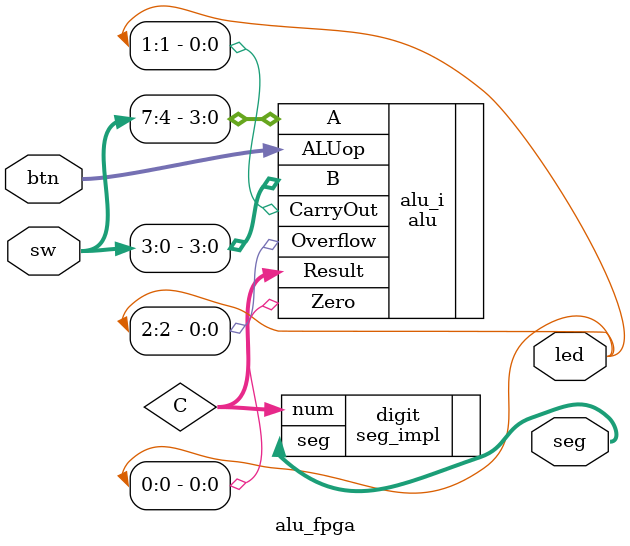
<source format=v>

module alu_fpga (   
	input [7:0] sw,
	input [2:0] btn,
	output [2:0] led,
	output [6:0] seg
);

	wire [3:0] C;

	alu alu_i(
		.A(sw[7:4]),
		.B(sw[3:0]),
		.ALUop(btn),
		.Overflow(led[2]),
		.CarryOut(led[1]),
		.Zero(led[0]),
		.Result(C)
	);

	seg_impl digit(
		.num(C),
		.seg(seg)
	);

endmodule


</source>
